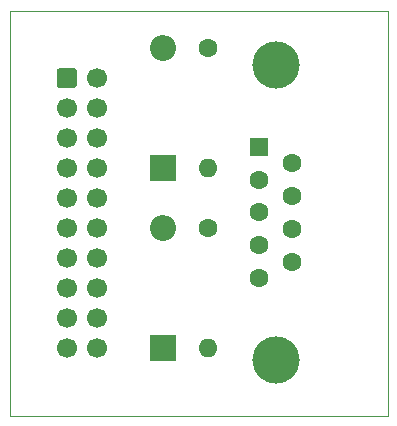
<source format=gbr>
%TF.GenerationSoftware,KiCad,Pcbnew,(5.1.7-0-10_14)*%
%TF.CreationDate,2020-10-13T23:49:25+02:00*%
%TF.ProjectId,UPURS Adapter,55505552-5320-4416-9461-707465722e6b,rev?*%
%TF.SameCoordinates,Original*%
%TF.FileFunction,Soldermask,Top*%
%TF.FilePolarity,Negative*%
%FSLAX46Y46*%
G04 Gerber Fmt 4.6, Leading zero omitted, Abs format (unit mm)*
G04 Created by KiCad (PCBNEW (5.1.7-0-10_14)) date 2020-10-13 23:49:25*
%MOMM*%
%LPD*%
G01*
G04 APERTURE LIST*
%TA.AperFunction,Profile*%
%ADD10C,0.050000*%
%TD*%
%ADD11R,2.200000X2.200000*%
%ADD12O,2.200000X2.200000*%
%ADD13C,1.700000*%
%ADD14R,1.600000X1.600000*%
%ADD15C,1.600000*%
%ADD16C,4.000000*%
%ADD17O,1.600000X1.600000*%
G04 APERTURE END LIST*
D10*
X46736000Y-79375000D02*
X46736000Y-45085000D01*
X78740000Y-79375000D02*
X46736000Y-79375000D01*
X78740000Y-45085000D02*
X78740000Y-79375000D01*
X46736000Y-45085000D02*
X78740000Y-45085000D01*
D11*
%TO.C,D1*%
X59690000Y-58420000D03*
D12*
X59690000Y-48260000D03*
%TD*%
%TO.C,D2*%
X59690000Y-63500000D03*
D11*
X59690000Y-73660000D03*
%TD*%
%TO.C,J1*%
G36*
G01*
X50712000Y-51400000D02*
X50712000Y-50200000D01*
G75*
G02*
X50962000Y-49950000I250000J0D01*
G01*
X52162000Y-49950000D01*
G75*
G02*
X52412000Y-50200000I0J-250000D01*
G01*
X52412000Y-51400000D01*
G75*
G02*
X52162000Y-51650000I-250000J0D01*
G01*
X50962000Y-51650000D01*
G75*
G02*
X50712000Y-51400000I0J250000D01*
G01*
G37*
D13*
X51562000Y-53340000D03*
X51562000Y-55880000D03*
X51562000Y-58420000D03*
X51562000Y-60960000D03*
X51562000Y-63500000D03*
X51562000Y-66040000D03*
X51562000Y-68580000D03*
X51562000Y-71120000D03*
X51562000Y-73660000D03*
X54102000Y-50800000D03*
X54102000Y-53340000D03*
X54102000Y-55880000D03*
X54102000Y-58420000D03*
X54102000Y-60960000D03*
X54102000Y-63500000D03*
X54102000Y-66040000D03*
X54102000Y-68580000D03*
X54102000Y-71120000D03*
X54102000Y-73660000D03*
%TD*%
D14*
%TO.C,J2*%
X67818000Y-56642000D03*
D15*
X67818000Y-59412000D03*
X67818000Y-62182000D03*
X67818000Y-64952000D03*
X67818000Y-67722000D03*
X70658000Y-58027000D03*
X70658000Y-60797000D03*
X70658000Y-63567000D03*
X70658000Y-66337000D03*
D16*
X69238000Y-74682000D03*
X69238000Y-49682000D03*
%TD*%
D17*
%TO.C,R1*%
X63500000Y-58420000D03*
D15*
X63500000Y-48260000D03*
%TD*%
%TO.C,R2*%
X63500000Y-63500000D03*
D17*
X63500000Y-73660000D03*
%TD*%
M02*

</source>
